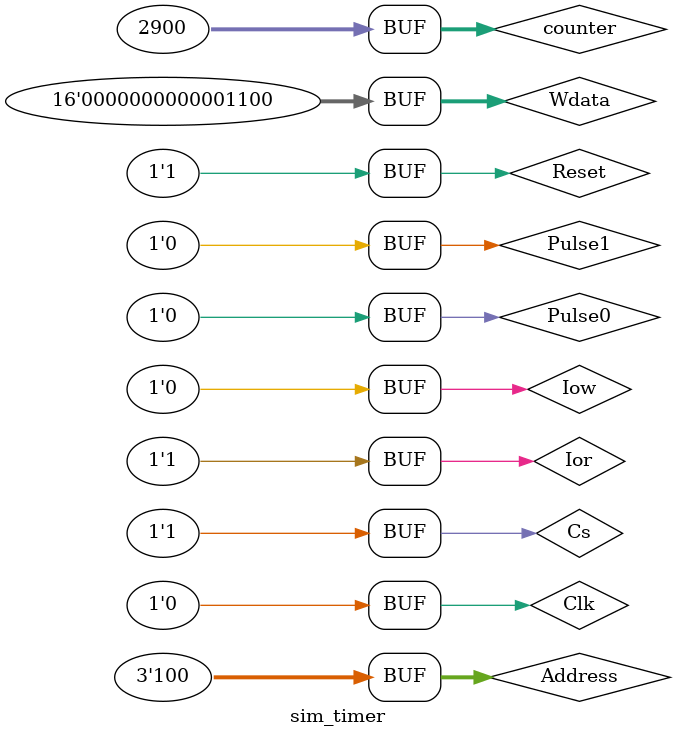
<source format=v>
`timescale 1ns / 1ps
 
// Create Date: 2017/12/15 13:56:55
// Design Name: 
// Module Name: timer_sim
// Project Name: 
// Target Devices: 
// Tool Versions: 
// Description: 
 
// Dependencies: 
 
// Revision:
// Revision 0.01 - File Created
// Additional Comments:
 
////////////////////////////////////////////////////////////////////////////////


module sim_timer(
    );
//input Reset,input [2:0] Address,input Cs,input Clk,input Iow,input Ior ,input [15:0] Wdata, output [15:0] Rdata,
//input Pulse0 ,input Pulse1,output Cout0,output Cout1 
//Debug wires:output [15:0] state_reg0,output [15:0] function_reg0,output [15:0] cur_value_reg0,output [15:0] cur_cnt_value_reg0   ,output run_one_period0,output refresh_reg0
    //input -> reg ; output->wire
    reg Reset;
    reg [2:0] Address;
    reg Cs;
    reg Clk;
    reg Iow;
    reg Ior;
    reg [15:0] Wdata;
    wire [15:0] Rdata;
    reg Pulse0;
    reg Pulse1;
    wire Cout0;
    wire Cout1;  
    
    dev_timer uut_timer(Reset,Address,Cs,Clk,Iow,Ior,Wdata,Rdata,Pulse0,Pulse1,Cout0,Cout1/*,state_reg0,function_reg0,cur_value_reg0,cur_cnt_value_reg0,run_one_period0,refresh_reg0*/);
    reg [31:0] counter;
   
   always
        begin
            Reset = 1; Address[2:0]=0; Cs=0; Clk=0; Iow=0; Ior=0; Wdata[15:0]=0; Pulse0=0; Pulse1=0; counter=0;
            #5;
            Reset = 0;//ÖØÖÃ
            #5;
            Reset = 1;
            Address[2:0]=3'd0;//·½Ê½¼Ä´æÆ÷0
            Cs=1;Iow=1;Ior=0;
            Wdata[15:0]=16'h0002;//Ð´ÈëÑ­»· ¶¨Ê±£¬ÈôÊÇÑ­»·¼ÆÊý£¬ÔòÎª16'h0003
            Clk=1;
            #5;
            Cs=0;Iow=0;Ior=0;
            Clk=0;
            #5;
    
            Address[2:0]=3'd4;//³õÖµ¼Ä´æÆ÷0
            Cs=1;Iow=1;Ior=0;
            Wdata[15:0]=16'd2;//Ð´Èë2µ½³õÖµ¼Ä´æÆ÷0
            Clk=1;
            #5;
            Clk=0;
            #5;
            Cs=0;Iow=0;Ior=0;
            
            for(counter=0;counter<2900;counter=counter+1)
            begin
                Pulse0=1;
                Clk=1;
                #5;
                Pulse0=0;
                Clk=0;
                #5;
                if(counter==30)
                    begin//²âÊÔ¶Á×´Ì¬¼Ä´æÆ÷
                           Address[2:0]=3'd4;//×´Ì¬¼Ä´æÆ÷0
                           Cs=1;Iow=0;Ior=1;
                           Wdata[15:0]=12;
                           Clk=1;
                           #5;
                           Clk=0;
                           #5;
                    end
            end
    end
endmodule
   

</source>
